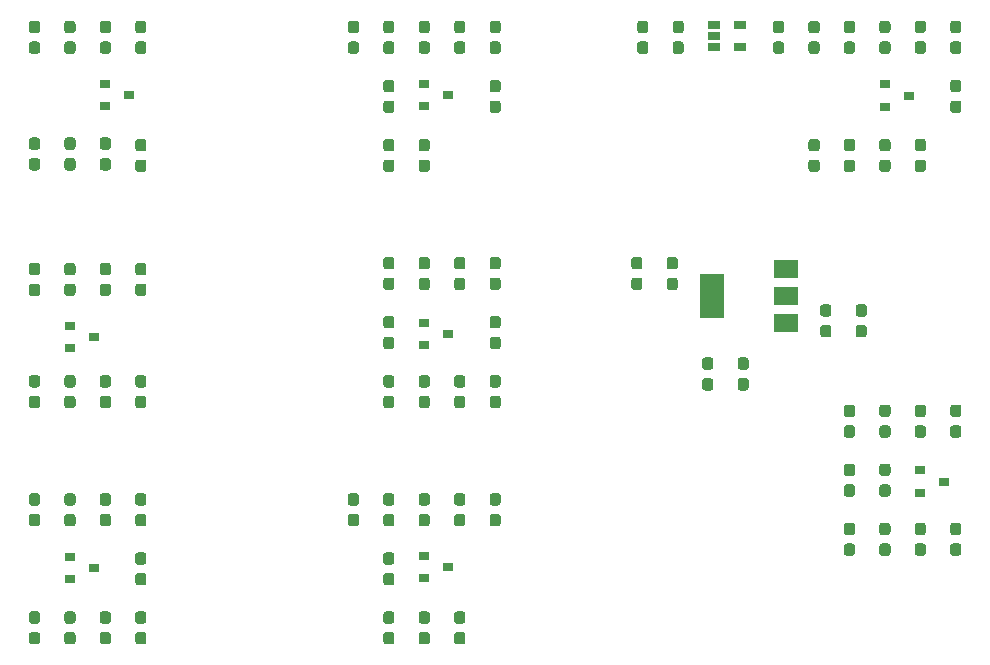
<source format=gbr>
%TF.GenerationSoftware,KiCad,Pcbnew,(5.1.6)-1*%
%TF.CreationDate,2020-12-18T22:44:25+08:00*%
%TF.ProjectId,_______,2c00e03e-2735-4ef2-9e6b-696361645f70,1.0.1*%
%TF.SameCoordinates,Original*%
%TF.FileFunction,Paste,Top*%
%TF.FilePolarity,Positive*%
%FSLAX46Y46*%
G04 Gerber Fmt 4.6, Leading zero omitted, Abs format (unit mm)*
G04 Created by KiCad (PCBNEW (5.1.6)-1) date 2020-12-18 22:44:25*
%MOMM*%
%LPD*%
G01*
G04 APERTURE LIST*
%ADD10R,0.900000X0.800000*%
%ADD11R,1.060000X0.650000*%
%ADD12R,2.000000X3.800000*%
%ADD13R,2.000000X1.500000*%
G04 APERTURE END LIST*
%TO.C,C1*%
G36*
G01*
X75737500Y-32525000D02*
X75262500Y-32525000D01*
G75*
G02*
X75025000Y-32287500I0J237500D01*
G01*
X75025000Y-31712500D01*
G75*
G02*
X75262500Y-31475000I237500J0D01*
G01*
X75737500Y-31475000D01*
G75*
G02*
X75975000Y-31712500I0J-237500D01*
G01*
X75975000Y-32287500D01*
G75*
G02*
X75737500Y-32525000I-237500J0D01*
G01*
G37*
G36*
G01*
X75737500Y-30775000D02*
X75262500Y-30775000D01*
G75*
G02*
X75025000Y-30537500I0J237500D01*
G01*
X75025000Y-29962500D01*
G75*
G02*
X75262500Y-29725000I237500J0D01*
G01*
X75737500Y-29725000D01*
G75*
G02*
X75975000Y-29962500I0J-237500D01*
G01*
X75975000Y-30537500D01*
G75*
G02*
X75737500Y-30775000I-237500J0D01*
G01*
G37*
%TD*%
%TO.C,C2*%
G36*
G01*
X78737500Y-30775000D02*
X78262500Y-30775000D01*
G75*
G02*
X78025000Y-30537500I0J237500D01*
G01*
X78025000Y-29962500D01*
G75*
G02*
X78262500Y-29725000I237500J0D01*
G01*
X78737500Y-29725000D01*
G75*
G02*
X78975000Y-29962500I0J-237500D01*
G01*
X78975000Y-30537500D01*
G75*
G02*
X78737500Y-30775000I-237500J0D01*
G01*
G37*
G36*
G01*
X78737500Y-32525000D02*
X78262500Y-32525000D01*
G75*
G02*
X78025000Y-32287500I0J237500D01*
G01*
X78025000Y-31712500D01*
G75*
G02*
X78262500Y-31475000I237500J0D01*
G01*
X78737500Y-31475000D01*
G75*
G02*
X78975000Y-31712500I0J-237500D01*
G01*
X78975000Y-32287500D01*
G75*
G02*
X78737500Y-32525000I-237500J0D01*
G01*
G37*
%TD*%
%TO.C,C3*%
G36*
G01*
X23762500Y-41350000D02*
X24237500Y-41350000D01*
G75*
G02*
X24475000Y-41587500I0J-237500D01*
G01*
X24475000Y-42162500D01*
G75*
G02*
X24237500Y-42400000I-237500J0D01*
G01*
X23762500Y-42400000D01*
G75*
G02*
X23525000Y-42162500I0J237500D01*
G01*
X23525000Y-41587500D01*
G75*
G02*
X23762500Y-41350000I237500J0D01*
G01*
G37*
G36*
G01*
X23762500Y-39600000D02*
X24237500Y-39600000D01*
G75*
G02*
X24475000Y-39837500I0J-237500D01*
G01*
X24475000Y-40412500D01*
G75*
G02*
X24237500Y-40650000I-237500J0D01*
G01*
X23762500Y-40650000D01*
G75*
G02*
X23525000Y-40412500I0J237500D01*
G01*
X23525000Y-39837500D01*
G75*
G02*
X23762500Y-39600000I237500J0D01*
G01*
G37*
%TD*%
%TO.C,C4*%
G36*
G01*
X23762500Y-59725000D02*
X24237500Y-59725000D01*
G75*
G02*
X24475000Y-59962500I0J-237500D01*
G01*
X24475000Y-60537500D01*
G75*
G02*
X24237500Y-60775000I-237500J0D01*
G01*
X23762500Y-60775000D01*
G75*
G02*
X23525000Y-60537500I0J237500D01*
G01*
X23525000Y-59962500D01*
G75*
G02*
X23762500Y-59725000I237500J0D01*
G01*
G37*
G36*
G01*
X23762500Y-61475000D02*
X24237500Y-61475000D01*
G75*
G02*
X24475000Y-61712500I0J-237500D01*
G01*
X24475000Y-62287500D01*
G75*
G02*
X24237500Y-62525000I-237500J0D01*
G01*
X23762500Y-62525000D01*
G75*
G02*
X23525000Y-62287500I0J237500D01*
G01*
X23525000Y-61712500D01*
G75*
G02*
X23762500Y-61475000I237500J0D01*
G01*
G37*
%TD*%
%TO.C,C5*%
G36*
G01*
X87237500Y-32525000D02*
X86762500Y-32525000D01*
G75*
G02*
X86525000Y-32287500I0J237500D01*
G01*
X86525000Y-31712500D01*
G75*
G02*
X86762500Y-31475000I237500J0D01*
G01*
X87237500Y-31475000D01*
G75*
G02*
X87475000Y-31712500I0J-237500D01*
G01*
X87475000Y-32287500D01*
G75*
G02*
X87237500Y-32525000I-237500J0D01*
G01*
G37*
G36*
G01*
X87237500Y-30775000D02*
X86762500Y-30775000D01*
G75*
G02*
X86525000Y-30537500I0J237500D01*
G01*
X86525000Y-29962500D01*
G75*
G02*
X86762500Y-29725000I237500J0D01*
G01*
X87237500Y-29725000D01*
G75*
G02*
X87475000Y-29962500I0J-237500D01*
G01*
X87475000Y-30537500D01*
G75*
G02*
X87237500Y-30775000I-237500J0D01*
G01*
G37*
%TD*%
%TO.C,C6*%
G36*
G01*
X75237500Y-52525000D02*
X74762500Y-52525000D01*
G75*
G02*
X74525000Y-52287500I0J237500D01*
G01*
X74525000Y-51712500D01*
G75*
G02*
X74762500Y-51475000I237500J0D01*
G01*
X75237500Y-51475000D01*
G75*
G02*
X75475000Y-51712500I0J-237500D01*
G01*
X75475000Y-52287500D01*
G75*
G02*
X75237500Y-52525000I-237500J0D01*
G01*
G37*
G36*
G01*
X75237500Y-50775000D02*
X74762500Y-50775000D01*
G75*
G02*
X74525000Y-50537500I0J237500D01*
G01*
X74525000Y-49962500D01*
G75*
G02*
X74762500Y-49725000I237500J0D01*
G01*
X75237500Y-49725000D01*
G75*
G02*
X75475000Y-49962500I0J-237500D01*
G01*
X75475000Y-50537500D01*
G75*
G02*
X75237500Y-50775000I-237500J0D01*
G01*
G37*
%TD*%
%TO.C,C7*%
G36*
G01*
X78237500Y-52525000D02*
X77762500Y-52525000D01*
G75*
G02*
X77525000Y-52287500I0J237500D01*
G01*
X77525000Y-51712500D01*
G75*
G02*
X77762500Y-51475000I237500J0D01*
G01*
X78237500Y-51475000D01*
G75*
G02*
X78475000Y-51712500I0J-237500D01*
G01*
X78475000Y-52287500D01*
G75*
G02*
X78237500Y-52525000I-237500J0D01*
G01*
G37*
G36*
G01*
X78237500Y-50775000D02*
X77762500Y-50775000D01*
G75*
G02*
X77525000Y-50537500I0J237500D01*
G01*
X77525000Y-49962500D01*
G75*
G02*
X77762500Y-49725000I237500J0D01*
G01*
X78237500Y-49725000D01*
G75*
G02*
X78475000Y-49962500I0J-237500D01*
G01*
X78475000Y-50537500D01*
G75*
G02*
X78237500Y-50775000I-237500J0D01*
G01*
G37*
%TD*%
%TO.C,C8*%
G36*
G01*
X30237500Y-32525000D02*
X29762500Y-32525000D01*
G75*
G02*
X29525000Y-32287500I0J237500D01*
G01*
X29525000Y-31712500D01*
G75*
G02*
X29762500Y-31475000I237500J0D01*
G01*
X30237500Y-31475000D01*
G75*
G02*
X30475000Y-31712500I0J-237500D01*
G01*
X30475000Y-32287500D01*
G75*
G02*
X30237500Y-32525000I-237500J0D01*
G01*
G37*
G36*
G01*
X30237500Y-30775000D02*
X29762500Y-30775000D01*
G75*
G02*
X29525000Y-30537500I0J237500D01*
G01*
X29525000Y-29962500D01*
G75*
G02*
X29762500Y-29725000I237500J0D01*
G01*
X30237500Y-29725000D01*
G75*
G02*
X30475000Y-29962500I0J-237500D01*
G01*
X30475000Y-30537500D01*
G75*
G02*
X30237500Y-30775000I-237500J0D01*
G01*
G37*
%TD*%
%TO.C,C9*%
G36*
G01*
X30237500Y-53025000D02*
X29762500Y-53025000D01*
G75*
G02*
X29525000Y-52787500I0J237500D01*
G01*
X29525000Y-52212500D01*
G75*
G02*
X29762500Y-51975000I237500J0D01*
G01*
X30237500Y-51975000D01*
G75*
G02*
X30475000Y-52212500I0J-237500D01*
G01*
X30475000Y-52787500D01*
G75*
G02*
X30237500Y-53025000I-237500J0D01*
G01*
G37*
G36*
G01*
X30237500Y-51275000D02*
X29762500Y-51275000D01*
G75*
G02*
X29525000Y-51037500I0J237500D01*
G01*
X29525000Y-50462500D01*
G75*
G02*
X29762500Y-50225000I237500J0D01*
G01*
X30237500Y-50225000D01*
G75*
G02*
X30475000Y-50462500I0J-237500D01*
G01*
X30475000Y-51037500D01*
G75*
G02*
X30237500Y-51275000I-237500J0D01*
G01*
G37*
%TD*%
%TO.C,C10*%
G36*
G01*
X33237500Y-42525000D02*
X32762500Y-42525000D01*
G75*
G02*
X32525000Y-42287500I0J237500D01*
G01*
X32525000Y-41712500D01*
G75*
G02*
X32762500Y-41475000I237500J0D01*
G01*
X33237500Y-41475000D01*
G75*
G02*
X33475000Y-41712500I0J-237500D01*
G01*
X33475000Y-42287500D01*
G75*
G02*
X33237500Y-42525000I-237500J0D01*
G01*
G37*
G36*
G01*
X33237500Y-40775000D02*
X32762500Y-40775000D01*
G75*
G02*
X32525000Y-40537500I0J237500D01*
G01*
X32525000Y-39962500D01*
G75*
G02*
X32762500Y-39725000I237500J0D01*
G01*
X33237500Y-39725000D01*
G75*
G02*
X33475000Y-39962500I0J-237500D01*
G01*
X33475000Y-40537500D01*
G75*
G02*
X33237500Y-40775000I-237500J0D01*
G01*
G37*
%TD*%
%TO.C,C11*%
G36*
G01*
X33237500Y-62525000D02*
X32762500Y-62525000D01*
G75*
G02*
X32525000Y-62287500I0J237500D01*
G01*
X32525000Y-61712500D01*
G75*
G02*
X32762500Y-61475000I237500J0D01*
G01*
X33237500Y-61475000D01*
G75*
G02*
X33475000Y-61712500I0J-237500D01*
G01*
X33475000Y-62287500D01*
G75*
G02*
X33237500Y-62525000I-237500J0D01*
G01*
G37*
G36*
G01*
X33237500Y-60775000D02*
X32762500Y-60775000D01*
G75*
G02*
X32525000Y-60537500I0J237500D01*
G01*
X32525000Y-59962500D01*
G75*
G02*
X32762500Y-59725000I237500J0D01*
G01*
X33237500Y-59725000D01*
G75*
G02*
X33475000Y-59962500I0J-237500D01*
G01*
X33475000Y-60537500D01*
G75*
G02*
X33237500Y-60775000I-237500J0D01*
G01*
G37*
%TD*%
%TO.C,C12*%
G36*
G01*
X33237500Y-30775000D02*
X32762500Y-30775000D01*
G75*
G02*
X32525000Y-30537500I0J237500D01*
G01*
X32525000Y-29962500D01*
G75*
G02*
X32762500Y-29725000I237500J0D01*
G01*
X33237500Y-29725000D01*
G75*
G02*
X33475000Y-29962500I0J-237500D01*
G01*
X33475000Y-30537500D01*
G75*
G02*
X33237500Y-30775000I-237500J0D01*
G01*
G37*
G36*
G01*
X33237500Y-32525000D02*
X32762500Y-32525000D01*
G75*
G02*
X32525000Y-32287500I0J237500D01*
G01*
X32525000Y-31712500D01*
G75*
G02*
X32762500Y-31475000I237500J0D01*
G01*
X33237500Y-31475000D01*
G75*
G02*
X33475000Y-31712500I0J-237500D01*
G01*
X33475000Y-32287500D01*
G75*
G02*
X33237500Y-32525000I-237500J0D01*
G01*
G37*
%TD*%
%TO.C,C13*%
G36*
G01*
X33237500Y-51275000D02*
X32762500Y-51275000D01*
G75*
G02*
X32525000Y-51037500I0J237500D01*
G01*
X32525000Y-50462500D01*
G75*
G02*
X32762500Y-50225000I237500J0D01*
G01*
X33237500Y-50225000D01*
G75*
G02*
X33475000Y-50462500I0J-237500D01*
G01*
X33475000Y-51037500D01*
G75*
G02*
X33237500Y-51275000I-237500J0D01*
G01*
G37*
G36*
G01*
X33237500Y-53025000D02*
X32762500Y-53025000D01*
G75*
G02*
X32525000Y-52787500I0J237500D01*
G01*
X32525000Y-52212500D01*
G75*
G02*
X32762500Y-51975000I237500J0D01*
G01*
X33237500Y-51975000D01*
G75*
G02*
X33475000Y-52212500I0J-237500D01*
G01*
X33475000Y-52787500D01*
G75*
G02*
X33237500Y-53025000I-237500J0D01*
G01*
G37*
%TD*%
%TO.C,C14*%
G36*
G01*
X94237500Y-54775000D02*
X93762500Y-54775000D01*
G75*
G02*
X93525000Y-54537500I0J237500D01*
G01*
X93525000Y-53962500D01*
G75*
G02*
X93762500Y-53725000I237500J0D01*
G01*
X94237500Y-53725000D01*
G75*
G02*
X94475000Y-53962500I0J-237500D01*
G01*
X94475000Y-54537500D01*
G75*
G02*
X94237500Y-54775000I-237500J0D01*
G01*
G37*
G36*
G01*
X94237500Y-56525000D02*
X93762500Y-56525000D01*
G75*
G02*
X93525000Y-56287500I0J237500D01*
G01*
X93525000Y-55712500D01*
G75*
G02*
X93762500Y-55475000I237500J0D01*
G01*
X94237500Y-55475000D01*
G75*
G02*
X94475000Y-55712500I0J-237500D01*
G01*
X94475000Y-56287500D01*
G75*
G02*
X94237500Y-56525000I-237500J0D01*
G01*
G37*
%TD*%
%TO.C,C15*%
G36*
G01*
X91237500Y-54775000D02*
X90762500Y-54775000D01*
G75*
G02*
X90525000Y-54537500I0J237500D01*
G01*
X90525000Y-53962500D01*
G75*
G02*
X90762500Y-53725000I237500J0D01*
G01*
X91237500Y-53725000D01*
G75*
G02*
X91475000Y-53962500I0J-237500D01*
G01*
X91475000Y-54537500D01*
G75*
G02*
X91237500Y-54775000I-237500J0D01*
G01*
G37*
G36*
G01*
X91237500Y-56525000D02*
X90762500Y-56525000D01*
G75*
G02*
X90525000Y-56287500I0J237500D01*
G01*
X90525000Y-55712500D01*
G75*
G02*
X90762500Y-55475000I237500J0D01*
G01*
X91237500Y-55475000D01*
G75*
G02*
X91475000Y-55712500I0J-237500D01*
G01*
X91475000Y-56287500D01*
G75*
G02*
X91237500Y-56525000I-237500J0D01*
G01*
G37*
%TD*%
%TO.C,C16*%
G36*
G01*
X92762500Y-67225000D02*
X93237500Y-67225000D01*
G75*
G02*
X93475000Y-67462500I0J-237500D01*
G01*
X93475000Y-68037500D01*
G75*
G02*
X93237500Y-68275000I-237500J0D01*
G01*
X92762500Y-68275000D01*
G75*
G02*
X92525000Y-68037500I0J237500D01*
G01*
X92525000Y-67462500D01*
G75*
G02*
X92762500Y-67225000I237500J0D01*
G01*
G37*
G36*
G01*
X92762500Y-68975000D02*
X93237500Y-68975000D01*
G75*
G02*
X93475000Y-69212500I0J-237500D01*
G01*
X93475000Y-69787500D01*
G75*
G02*
X93237500Y-70025000I-237500J0D01*
G01*
X92762500Y-70025000D01*
G75*
G02*
X92525000Y-69787500I0J237500D01*
G01*
X92525000Y-69212500D01*
G75*
G02*
X92762500Y-68975000I237500J0D01*
G01*
G37*
%TD*%
%TO.C,C17*%
G36*
G01*
X54237500Y-75775000D02*
X53762500Y-75775000D01*
G75*
G02*
X53525000Y-75537500I0J237500D01*
G01*
X53525000Y-74962500D01*
G75*
G02*
X53762500Y-74725000I237500J0D01*
G01*
X54237500Y-74725000D01*
G75*
G02*
X54475000Y-74962500I0J-237500D01*
G01*
X54475000Y-75537500D01*
G75*
G02*
X54237500Y-75775000I-237500J0D01*
G01*
G37*
G36*
G01*
X54237500Y-77525000D02*
X53762500Y-77525000D01*
G75*
G02*
X53525000Y-77287500I0J237500D01*
G01*
X53525000Y-76712500D01*
G75*
G02*
X53762500Y-76475000I237500J0D01*
G01*
X54237500Y-76475000D01*
G75*
G02*
X54475000Y-76712500I0J-237500D01*
G01*
X54475000Y-77287500D01*
G75*
G02*
X54237500Y-77525000I-237500J0D01*
G01*
G37*
%TD*%
%TO.C,C18*%
G36*
G01*
X54237500Y-35775000D02*
X53762500Y-35775000D01*
G75*
G02*
X53525000Y-35537500I0J237500D01*
G01*
X53525000Y-34962500D01*
G75*
G02*
X53762500Y-34725000I237500J0D01*
G01*
X54237500Y-34725000D01*
G75*
G02*
X54475000Y-34962500I0J-237500D01*
G01*
X54475000Y-35537500D01*
G75*
G02*
X54237500Y-35775000I-237500J0D01*
G01*
G37*
G36*
G01*
X54237500Y-37525000D02*
X53762500Y-37525000D01*
G75*
G02*
X53525000Y-37287500I0J237500D01*
G01*
X53525000Y-36712500D01*
G75*
G02*
X53762500Y-36475000I237500J0D01*
G01*
X54237500Y-36475000D01*
G75*
G02*
X54475000Y-36712500I0J-237500D01*
G01*
X54475000Y-37287500D01*
G75*
G02*
X54237500Y-37525000I-237500J0D01*
G01*
G37*
%TD*%
%TO.C,C19*%
G36*
G01*
X98762500Y-72225000D02*
X99237500Y-72225000D01*
G75*
G02*
X99475000Y-72462500I0J-237500D01*
G01*
X99475000Y-73037500D01*
G75*
G02*
X99237500Y-73275000I-237500J0D01*
G01*
X98762500Y-73275000D01*
G75*
G02*
X98525000Y-73037500I0J237500D01*
G01*
X98525000Y-72462500D01*
G75*
G02*
X98762500Y-72225000I237500J0D01*
G01*
G37*
G36*
G01*
X98762500Y-73975000D02*
X99237500Y-73975000D01*
G75*
G02*
X99475000Y-74212500I0J-237500D01*
G01*
X99475000Y-74787500D01*
G75*
G02*
X99237500Y-75025000I-237500J0D01*
G01*
X98762500Y-75025000D01*
G75*
G02*
X98525000Y-74787500I0J237500D01*
G01*
X98525000Y-74212500D01*
G75*
G02*
X98762500Y-73975000I237500J0D01*
G01*
G37*
%TD*%
%TO.C,C20*%
G36*
G01*
X96237500Y-63275000D02*
X95762500Y-63275000D01*
G75*
G02*
X95525000Y-63037500I0J237500D01*
G01*
X95525000Y-62462500D01*
G75*
G02*
X95762500Y-62225000I237500J0D01*
G01*
X96237500Y-62225000D01*
G75*
G02*
X96475000Y-62462500I0J-237500D01*
G01*
X96475000Y-63037500D01*
G75*
G02*
X96237500Y-63275000I-237500J0D01*
G01*
G37*
G36*
G01*
X96237500Y-65025000D02*
X95762500Y-65025000D01*
G75*
G02*
X95525000Y-64787500I0J237500D01*
G01*
X95525000Y-64212500D01*
G75*
G02*
X95762500Y-63975000I237500J0D01*
G01*
X96237500Y-63975000D01*
G75*
G02*
X96475000Y-64212500I0J-237500D01*
G01*
X96475000Y-64787500D01*
G75*
G02*
X96237500Y-65025000I-237500J0D01*
G01*
G37*
%TD*%
%TO.C,C21*%
G36*
G01*
X51237500Y-70775000D02*
X50762500Y-70775000D01*
G75*
G02*
X50525000Y-70537500I0J237500D01*
G01*
X50525000Y-69962500D01*
G75*
G02*
X50762500Y-69725000I237500J0D01*
G01*
X51237500Y-69725000D01*
G75*
G02*
X51475000Y-69962500I0J-237500D01*
G01*
X51475000Y-70537500D01*
G75*
G02*
X51237500Y-70775000I-237500J0D01*
G01*
G37*
G36*
G01*
X51237500Y-72525000D02*
X50762500Y-72525000D01*
G75*
G02*
X50525000Y-72287500I0J237500D01*
G01*
X50525000Y-71712500D01*
G75*
G02*
X50762500Y-71475000I237500J0D01*
G01*
X51237500Y-71475000D01*
G75*
G02*
X51475000Y-71712500I0J-237500D01*
G01*
X51475000Y-72287500D01*
G75*
G02*
X51237500Y-72525000I-237500J0D01*
G01*
G37*
%TD*%
%TO.C,C22*%
G36*
G01*
X102237500Y-73275000D02*
X101762500Y-73275000D01*
G75*
G02*
X101525000Y-73037500I0J237500D01*
G01*
X101525000Y-72462500D01*
G75*
G02*
X101762500Y-72225000I237500J0D01*
G01*
X102237500Y-72225000D01*
G75*
G02*
X102475000Y-72462500I0J-237500D01*
G01*
X102475000Y-73037500D01*
G75*
G02*
X102237500Y-73275000I-237500J0D01*
G01*
G37*
G36*
G01*
X102237500Y-75025000D02*
X101762500Y-75025000D01*
G75*
G02*
X101525000Y-74787500I0J237500D01*
G01*
X101525000Y-74212500D01*
G75*
G02*
X101762500Y-73975000I237500J0D01*
G01*
X102237500Y-73975000D01*
G75*
G02*
X102475000Y-74212500I0J-237500D01*
G01*
X102475000Y-74787500D01*
G75*
G02*
X102237500Y-75025000I-237500J0D01*
G01*
G37*
%TD*%
%TO.C,C23*%
G36*
G01*
X62762500Y-71475000D02*
X63237500Y-71475000D01*
G75*
G02*
X63475000Y-71712500I0J-237500D01*
G01*
X63475000Y-72287500D01*
G75*
G02*
X63237500Y-72525000I-237500J0D01*
G01*
X62762500Y-72525000D01*
G75*
G02*
X62525000Y-72287500I0J237500D01*
G01*
X62525000Y-71712500D01*
G75*
G02*
X62762500Y-71475000I237500J0D01*
G01*
G37*
G36*
G01*
X62762500Y-69725000D02*
X63237500Y-69725000D01*
G75*
G02*
X63475000Y-69962500I0J-237500D01*
G01*
X63475000Y-70537500D01*
G75*
G02*
X63237500Y-70775000I-237500J0D01*
G01*
X62762500Y-70775000D01*
G75*
G02*
X62525000Y-70537500I0J237500D01*
G01*
X62525000Y-69962500D01*
G75*
G02*
X62762500Y-69725000I237500J0D01*
G01*
G37*
%TD*%
%TO.C,C24*%
G36*
G01*
X60237500Y-80775000D02*
X59762500Y-80775000D01*
G75*
G02*
X59525000Y-80537500I0J237500D01*
G01*
X59525000Y-79962500D01*
G75*
G02*
X59762500Y-79725000I237500J0D01*
G01*
X60237500Y-79725000D01*
G75*
G02*
X60475000Y-79962500I0J-237500D01*
G01*
X60475000Y-80537500D01*
G75*
G02*
X60237500Y-80775000I-237500J0D01*
G01*
G37*
G36*
G01*
X60237500Y-82525000D02*
X59762500Y-82525000D01*
G75*
G02*
X59525000Y-82287500I0J237500D01*
G01*
X59525000Y-81712500D01*
G75*
G02*
X59762500Y-81475000I237500J0D01*
G01*
X60237500Y-81475000D01*
G75*
G02*
X60475000Y-81712500I0J-237500D01*
G01*
X60475000Y-82287500D01*
G75*
G02*
X60237500Y-82525000I-237500J0D01*
G01*
G37*
%TD*%
%TO.C,C25*%
G36*
G01*
X63237500Y-32525000D02*
X62762500Y-32525000D01*
G75*
G02*
X62525000Y-32287500I0J237500D01*
G01*
X62525000Y-31712500D01*
G75*
G02*
X62762500Y-31475000I237500J0D01*
G01*
X63237500Y-31475000D01*
G75*
G02*
X63475000Y-31712500I0J-237500D01*
G01*
X63475000Y-32287500D01*
G75*
G02*
X63237500Y-32525000I-237500J0D01*
G01*
G37*
G36*
G01*
X63237500Y-30775000D02*
X62762500Y-30775000D01*
G75*
G02*
X62525000Y-30537500I0J237500D01*
G01*
X62525000Y-29962500D01*
G75*
G02*
X62762500Y-29725000I237500J0D01*
G01*
X63237500Y-29725000D01*
G75*
G02*
X63475000Y-29962500I0J-237500D01*
G01*
X63475000Y-30537500D01*
G75*
G02*
X63237500Y-30775000I-237500J0D01*
G01*
G37*
%TD*%
%TO.C,C26*%
G36*
G01*
X63237500Y-37525000D02*
X62762500Y-37525000D01*
G75*
G02*
X62525000Y-37287500I0J237500D01*
G01*
X62525000Y-36712500D01*
G75*
G02*
X62762500Y-36475000I237500J0D01*
G01*
X63237500Y-36475000D01*
G75*
G02*
X63475000Y-36712500I0J-237500D01*
G01*
X63475000Y-37287500D01*
G75*
G02*
X63237500Y-37525000I-237500J0D01*
G01*
G37*
G36*
G01*
X63237500Y-35775000D02*
X62762500Y-35775000D01*
G75*
G02*
X62525000Y-35537500I0J237500D01*
G01*
X62525000Y-34962500D01*
G75*
G02*
X62762500Y-34725000I237500J0D01*
G01*
X63237500Y-34725000D01*
G75*
G02*
X63475000Y-34962500I0J-237500D01*
G01*
X63475000Y-35537500D01*
G75*
G02*
X63237500Y-35775000I-237500J0D01*
G01*
G37*
%TD*%
%TO.C,C27*%
G36*
G01*
X93237500Y-63275000D02*
X92762500Y-63275000D01*
G75*
G02*
X92525000Y-63037500I0J237500D01*
G01*
X92525000Y-62462500D01*
G75*
G02*
X92762500Y-62225000I237500J0D01*
G01*
X93237500Y-62225000D01*
G75*
G02*
X93475000Y-62462500I0J-237500D01*
G01*
X93475000Y-63037500D01*
G75*
G02*
X93237500Y-63275000I-237500J0D01*
G01*
G37*
G36*
G01*
X93237500Y-65025000D02*
X92762500Y-65025000D01*
G75*
G02*
X92525000Y-64787500I0J237500D01*
G01*
X92525000Y-64212500D01*
G75*
G02*
X92762500Y-63975000I237500J0D01*
G01*
X93237500Y-63975000D01*
G75*
G02*
X93475000Y-64212500I0J-237500D01*
G01*
X93475000Y-64787500D01*
G75*
G02*
X93237500Y-65025000I-237500J0D01*
G01*
G37*
%TD*%
%TO.C,C28*%
G36*
G01*
X54237500Y-70775000D02*
X53762500Y-70775000D01*
G75*
G02*
X53525000Y-70537500I0J237500D01*
G01*
X53525000Y-69962500D01*
G75*
G02*
X53762500Y-69725000I237500J0D01*
G01*
X54237500Y-69725000D01*
G75*
G02*
X54475000Y-69962500I0J-237500D01*
G01*
X54475000Y-70537500D01*
G75*
G02*
X54237500Y-70775000I-237500J0D01*
G01*
G37*
G36*
G01*
X54237500Y-72525000D02*
X53762500Y-72525000D01*
G75*
G02*
X53525000Y-72287500I0J237500D01*
G01*
X53525000Y-71712500D01*
G75*
G02*
X53762500Y-71475000I237500J0D01*
G01*
X54237500Y-71475000D01*
G75*
G02*
X54475000Y-71712500I0J-237500D01*
G01*
X54475000Y-72287500D01*
G75*
G02*
X54237500Y-72525000I-237500J0D01*
G01*
G37*
%TD*%
%TO.C,C29*%
G36*
G01*
X54237500Y-32525000D02*
X53762500Y-32525000D01*
G75*
G02*
X53525000Y-32287500I0J237500D01*
G01*
X53525000Y-31712500D01*
G75*
G02*
X53762500Y-31475000I237500J0D01*
G01*
X54237500Y-31475000D01*
G75*
G02*
X54475000Y-31712500I0J-237500D01*
G01*
X54475000Y-32287500D01*
G75*
G02*
X54237500Y-32525000I-237500J0D01*
G01*
G37*
G36*
G01*
X54237500Y-30775000D02*
X53762500Y-30775000D01*
G75*
G02*
X53525000Y-30537500I0J237500D01*
G01*
X53525000Y-29962500D01*
G75*
G02*
X53762500Y-29725000I237500J0D01*
G01*
X54237500Y-29725000D01*
G75*
G02*
X54475000Y-29962500I0J-237500D01*
G01*
X54475000Y-30537500D01*
G75*
G02*
X54237500Y-30775000I-237500J0D01*
G01*
G37*
%TD*%
%TO.C,C30*%
G36*
G01*
X51237500Y-30775000D02*
X50762500Y-30775000D01*
G75*
G02*
X50525000Y-30537500I0J237500D01*
G01*
X50525000Y-29962500D01*
G75*
G02*
X50762500Y-29725000I237500J0D01*
G01*
X51237500Y-29725000D01*
G75*
G02*
X51475000Y-29962500I0J-237500D01*
G01*
X51475000Y-30537500D01*
G75*
G02*
X51237500Y-30775000I-237500J0D01*
G01*
G37*
G36*
G01*
X51237500Y-32525000D02*
X50762500Y-32525000D01*
G75*
G02*
X50525000Y-32287500I0J237500D01*
G01*
X50525000Y-31712500D01*
G75*
G02*
X50762500Y-31475000I237500J0D01*
G01*
X51237500Y-31475000D01*
G75*
G02*
X51475000Y-31712500I0J-237500D01*
G01*
X51475000Y-32287500D01*
G75*
G02*
X51237500Y-32525000I-237500J0D01*
G01*
G37*
%TD*%
%TO.C,C31*%
G36*
G01*
X90237500Y-40775000D02*
X89762500Y-40775000D01*
G75*
G02*
X89525000Y-40537500I0J237500D01*
G01*
X89525000Y-39962500D01*
G75*
G02*
X89762500Y-39725000I237500J0D01*
G01*
X90237500Y-39725000D01*
G75*
G02*
X90475000Y-39962500I0J-237500D01*
G01*
X90475000Y-40537500D01*
G75*
G02*
X90237500Y-40775000I-237500J0D01*
G01*
G37*
G36*
G01*
X90237500Y-42525000D02*
X89762500Y-42525000D01*
G75*
G02*
X89525000Y-42287500I0J237500D01*
G01*
X89525000Y-41712500D01*
G75*
G02*
X89762500Y-41475000I237500J0D01*
G01*
X90237500Y-41475000D01*
G75*
G02*
X90475000Y-41712500I0J-237500D01*
G01*
X90475000Y-42287500D01*
G75*
G02*
X90237500Y-42525000I-237500J0D01*
G01*
G37*
%TD*%
%TO.C,C32*%
G36*
G01*
X23762500Y-81475000D02*
X24237500Y-81475000D01*
G75*
G02*
X24475000Y-81712500I0J-237500D01*
G01*
X24475000Y-82287500D01*
G75*
G02*
X24237500Y-82525000I-237500J0D01*
G01*
X23762500Y-82525000D01*
G75*
G02*
X23525000Y-82287500I0J237500D01*
G01*
X23525000Y-81712500D01*
G75*
G02*
X23762500Y-81475000I237500J0D01*
G01*
G37*
G36*
G01*
X23762500Y-79725000D02*
X24237500Y-79725000D01*
G75*
G02*
X24475000Y-79962500I0J-237500D01*
G01*
X24475000Y-80537500D01*
G75*
G02*
X24237500Y-80775000I-237500J0D01*
G01*
X23762500Y-80775000D01*
G75*
G02*
X23525000Y-80537500I0J237500D01*
G01*
X23525000Y-79962500D01*
G75*
G02*
X23762500Y-79725000I237500J0D01*
G01*
G37*
%TD*%
%TO.C,C33*%
G36*
G01*
X54237500Y-55775000D02*
X53762500Y-55775000D01*
G75*
G02*
X53525000Y-55537500I0J237500D01*
G01*
X53525000Y-54962500D01*
G75*
G02*
X53762500Y-54725000I237500J0D01*
G01*
X54237500Y-54725000D01*
G75*
G02*
X54475000Y-54962500I0J-237500D01*
G01*
X54475000Y-55537500D01*
G75*
G02*
X54237500Y-55775000I-237500J0D01*
G01*
G37*
G36*
G01*
X54237500Y-57525000D02*
X53762500Y-57525000D01*
G75*
G02*
X53525000Y-57287500I0J237500D01*
G01*
X53525000Y-56712500D01*
G75*
G02*
X53762500Y-56475000I237500J0D01*
G01*
X54237500Y-56475000D01*
G75*
G02*
X54475000Y-56712500I0J-237500D01*
G01*
X54475000Y-57287500D01*
G75*
G02*
X54237500Y-57525000I-237500J0D01*
G01*
G37*
%TD*%
%TO.C,C34*%
G36*
G01*
X93237500Y-32525000D02*
X92762500Y-32525000D01*
G75*
G02*
X92525000Y-32287500I0J237500D01*
G01*
X92525000Y-31712500D01*
G75*
G02*
X92762500Y-31475000I237500J0D01*
G01*
X93237500Y-31475000D01*
G75*
G02*
X93475000Y-31712500I0J-237500D01*
G01*
X93475000Y-32287500D01*
G75*
G02*
X93237500Y-32525000I-237500J0D01*
G01*
G37*
G36*
G01*
X93237500Y-30775000D02*
X92762500Y-30775000D01*
G75*
G02*
X92525000Y-30537500I0J237500D01*
G01*
X92525000Y-29962500D01*
G75*
G02*
X92762500Y-29725000I237500J0D01*
G01*
X93237500Y-29725000D01*
G75*
G02*
X93475000Y-29962500I0J-237500D01*
G01*
X93475000Y-30537500D01*
G75*
G02*
X93237500Y-30775000I-237500J0D01*
G01*
G37*
%TD*%
%TO.C,C35*%
G36*
G01*
X99237500Y-42525000D02*
X98762500Y-42525000D01*
G75*
G02*
X98525000Y-42287500I0J237500D01*
G01*
X98525000Y-41712500D01*
G75*
G02*
X98762500Y-41475000I237500J0D01*
G01*
X99237500Y-41475000D01*
G75*
G02*
X99475000Y-41712500I0J-237500D01*
G01*
X99475000Y-42287500D01*
G75*
G02*
X99237500Y-42525000I-237500J0D01*
G01*
G37*
G36*
G01*
X99237500Y-40775000D02*
X98762500Y-40775000D01*
G75*
G02*
X98525000Y-40537500I0J237500D01*
G01*
X98525000Y-39962500D01*
G75*
G02*
X98762500Y-39725000I237500J0D01*
G01*
X99237500Y-39725000D01*
G75*
G02*
X99475000Y-39962500I0J-237500D01*
G01*
X99475000Y-40537500D01*
G75*
G02*
X99237500Y-40775000I-237500J0D01*
G01*
G37*
%TD*%
%TO.C,C36*%
G36*
G01*
X33237500Y-82525000D02*
X32762500Y-82525000D01*
G75*
G02*
X32525000Y-82287500I0J237500D01*
G01*
X32525000Y-81712500D01*
G75*
G02*
X32762500Y-81475000I237500J0D01*
G01*
X33237500Y-81475000D01*
G75*
G02*
X33475000Y-81712500I0J-237500D01*
G01*
X33475000Y-82287500D01*
G75*
G02*
X33237500Y-82525000I-237500J0D01*
G01*
G37*
G36*
G01*
X33237500Y-80775000D02*
X32762500Y-80775000D01*
G75*
G02*
X32525000Y-80537500I0J237500D01*
G01*
X32525000Y-79962500D01*
G75*
G02*
X32762500Y-79725000I237500J0D01*
G01*
X33237500Y-79725000D01*
G75*
G02*
X33475000Y-79962500I0J-237500D01*
G01*
X33475000Y-80537500D01*
G75*
G02*
X33237500Y-80775000I-237500J0D01*
G01*
G37*
%TD*%
%TO.C,C37*%
G36*
G01*
X101762500Y-34725000D02*
X102237500Y-34725000D01*
G75*
G02*
X102475000Y-34962500I0J-237500D01*
G01*
X102475000Y-35537500D01*
G75*
G02*
X102237500Y-35775000I-237500J0D01*
G01*
X101762500Y-35775000D01*
G75*
G02*
X101525000Y-35537500I0J237500D01*
G01*
X101525000Y-34962500D01*
G75*
G02*
X101762500Y-34725000I237500J0D01*
G01*
G37*
G36*
G01*
X101762500Y-36475000D02*
X102237500Y-36475000D01*
G75*
G02*
X102475000Y-36712500I0J-237500D01*
G01*
X102475000Y-37287500D01*
G75*
G02*
X102237500Y-37525000I-237500J0D01*
G01*
X101762500Y-37525000D01*
G75*
G02*
X101525000Y-37287500I0J237500D01*
G01*
X101525000Y-36712500D01*
G75*
G02*
X101762500Y-36475000I237500J0D01*
G01*
G37*
%TD*%
%TO.C,C38*%
G36*
G01*
X57237500Y-52525000D02*
X56762500Y-52525000D01*
G75*
G02*
X56525000Y-52287500I0J237500D01*
G01*
X56525000Y-51712500D01*
G75*
G02*
X56762500Y-51475000I237500J0D01*
G01*
X57237500Y-51475000D01*
G75*
G02*
X57475000Y-51712500I0J-237500D01*
G01*
X57475000Y-52287500D01*
G75*
G02*
X57237500Y-52525000I-237500J0D01*
G01*
G37*
G36*
G01*
X57237500Y-50775000D02*
X56762500Y-50775000D01*
G75*
G02*
X56525000Y-50537500I0J237500D01*
G01*
X56525000Y-49962500D01*
G75*
G02*
X56762500Y-49725000I237500J0D01*
G01*
X57237500Y-49725000D01*
G75*
G02*
X57475000Y-49962500I0J-237500D01*
G01*
X57475000Y-50537500D01*
G75*
G02*
X57237500Y-50775000I-237500J0D01*
G01*
G37*
%TD*%
%TO.C,C39*%
G36*
G01*
X63237500Y-62525000D02*
X62762500Y-62525000D01*
G75*
G02*
X62525000Y-62287500I0J237500D01*
G01*
X62525000Y-61712500D01*
G75*
G02*
X62762500Y-61475000I237500J0D01*
G01*
X63237500Y-61475000D01*
G75*
G02*
X63475000Y-61712500I0J-237500D01*
G01*
X63475000Y-62287500D01*
G75*
G02*
X63237500Y-62525000I-237500J0D01*
G01*
G37*
G36*
G01*
X63237500Y-60775000D02*
X62762500Y-60775000D01*
G75*
G02*
X62525000Y-60537500I0J237500D01*
G01*
X62525000Y-59962500D01*
G75*
G02*
X62762500Y-59725000I237500J0D01*
G01*
X63237500Y-59725000D01*
G75*
G02*
X63475000Y-59962500I0J-237500D01*
G01*
X63475000Y-60537500D01*
G75*
G02*
X63237500Y-60775000I-237500J0D01*
G01*
G37*
%TD*%
%TO.C,C40*%
G36*
G01*
X30237500Y-72525000D02*
X29762500Y-72525000D01*
G75*
G02*
X29525000Y-72287500I0J237500D01*
G01*
X29525000Y-71712500D01*
G75*
G02*
X29762500Y-71475000I237500J0D01*
G01*
X30237500Y-71475000D01*
G75*
G02*
X30475000Y-71712500I0J-237500D01*
G01*
X30475000Y-72287500D01*
G75*
G02*
X30237500Y-72525000I-237500J0D01*
G01*
G37*
G36*
G01*
X30237500Y-70775000D02*
X29762500Y-70775000D01*
G75*
G02*
X29525000Y-70537500I0J237500D01*
G01*
X29525000Y-69962500D01*
G75*
G02*
X29762500Y-69725000I237500J0D01*
G01*
X30237500Y-69725000D01*
G75*
G02*
X30475000Y-69962500I0J-237500D01*
G01*
X30475000Y-70537500D01*
G75*
G02*
X30237500Y-70775000I-237500J0D01*
G01*
G37*
%TD*%
%TO.C,C41*%
G36*
G01*
X33237500Y-75775000D02*
X32762500Y-75775000D01*
G75*
G02*
X32525000Y-75537500I0J237500D01*
G01*
X32525000Y-74962500D01*
G75*
G02*
X32762500Y-74725000I237500J0D01*
G01*
X33237500Y-74725000D01*
G75*
G02*
X33475000Y-74962500I0J-237500D01*
G01*
X33475000Y-75537500D01*
G75*
G02*
X33237500Y-75775000I-237500J0D01*
G01*
G37*
G36*
G01*
X33237500Y-77525000D02*
X32762500Y-77525000D01*
G75*
G02*
X32525000Y-77287500I0J237500D01*
G01*
X32525000Y-76712500D01*
G75*
G02*
X32762500Y-76475000I237500J0D01*
G01*
X33237500Y-76475000D01*
G75*
G02*
X33475000Y-76712500I0J-237500D01*
G01*
X33475000Y-77287500D01*
G75*
G02*
X33237500Y-77525000I-237500J0D01*
G01*
G37*
%TD*%
%TO.C,C42*%
G36*
G01*
X63237500Y-57525000D02*
X62762500Y-57525000D01*
G75*
G02*
X62525000Y-57287500I0J237500D01*
G01*
X62525000Y-56712500D01*
G75*
G02*
X62762500Y-56475000I237500J0D01*
G01*
X63237500Y-56475000D01*
G75*
G02*
X63475000Y-56712500I0J-237500D01*
G01*
X63475000Y-57287500D01*
G75*
G02*
X63237500Y-57525000I-237500J0D01*
G01*
G37*
G36*
G01*
X63237500Y-55775000D02*
X62762500Y-55775000D01*
G75*
G02*
X62525000Y-55537500I0J237500D01*
G01*
X62525000Y-54962500D01*
G75*
G02*
X62762500Y-54725000I237500J0D01*
G01*
X63237500Y-54725000D01*
G75*
G02*
X63475000Y-54962500I0J-237500D01*
G01*
X63475000Y-55537500D01*
G75*
G02*
X63237500Y-55775000I-237500J0D01*
G01*
G37*
%TD*%
%TO.C,C43*%
G36*
G01*
X99237500Y-32505000D02*
X98762500Y-32505000D01*
G75*
G02*
X98525000Y-32267500I0J237500D01*
G01*
X98525000Y-31692500D01*
G75*
G02*
X98762500Y-31455000I237500J0D01*
G01*
X99237500Y-31455000D01*
G75*
G02*
X99475000Y-31692500I0J-237500D01*
G01*
X99475000Y-32267500D01*
G75*
G02*
X99237500Y-32505000I-237500J0D01*
G01*
G37*
G36*
G01*
X99237500Y-30755000D02*
X98762500Y-30755000D01*
G75*
G02*
X98525000Y-30517500I0J237500D01*
G01*
X98525000Y-29942500D01*
G75*
G02*
X98762500Y-29705000I237500J0D01*
G01*
X99237500Y-29705000D01*
G75*
G02*
X99475000Y-29942500I0J-237500D01*
G01*
X99475000Y-30517500D01*
G75*
G02*
X99237500Y-30755000I-237500J0D01*
G01*
G37*
%TD*%
%TO.C,C44*%
G36*
G01*
X54237500Y-50775000D02*
X53762500Y-50775000D01*
G75*
G02*
X53525000Y-50537500I0J237500D01*
G01*
X53525000Y-49962500D01*
G75*
G02*
X53762500Y-49725000I237500J0D01*
G01*
X54237500Y-49725000D01*
G75*
G02*
X54475000Y-49962500I0J-237500D01*
G01*
X54475000Y-50537500D01*
G75*
G02*
X54237500Y-50775000I-237500J0D01*
G01*
G37*
G36*
G01*
X54237500Y-52525000D02*
X53762500Y-52525000D01*
G75*
G02*
X53525000Y-52287500I0J237500D01*
G01*
X53525000Y-51712500D01*
G75*
G02*
X53762500Y-51475000I237500J0D01*
G01*
X54237500Y-51475000D01*
G75*
G02*
X54475000Y-51712500I0J-237500D01*
G01*
X54475000Y-52287500D01*
G75*
G02*
X54237500Y-52525000I-237500J0D01*
G01*
G37*
%TD*%
%TO.C,C45*%
G36*
G01*
X33237500Y-70775000D02*
X32762500Y-70775000D01*
G75*
G02*
X32525000Y-70537500I0J237500D01*
G01*
X32525000Y-69962500D01*
G75*
G02*
X32762500Y-69725000I237500J0D01*
G01*
X33237500Y-69725000D01*
G75*
G02*
X33475000Y-69962500I0J-237500D01*
G01*
X33475000Y-70537500D01*
G75*
G02*
X33237500Y-70775000I-237500J0D01*
G01*
G37*
G36*
G01*
X33237500Y-72525000D02*
X32762500Y-72525000D01*
G75*
G02*
X32525000Y-72287500I0J237500D01*
G01*
X32525000Y-71712500D01*
G75*
G02*
X32762500Y-71475000I237500J0D01*
G01*
X33237500Y-71475000D01*
G75*
G02*
X33475000Y-71712500I0J-237500D01*
G01*
X33475000Y-72287500D01*
G75*
G02*
X33237500Y-72525000I-237500J0D01*
G01*
G37*
%TD*%
%TO.C,C46*%
G36*
G01*
X102237500Y-30775000D02*
X101762500Y-30775000D01*
G75*
G02*
X101525000Y-30537500I0J237500D01*
G01*
X101525000Y-29962500D01*
G75*
G02*
X101762500Y-29725000I237500J0D01*
G01*
X102237500Y-29725000D01*
G75*
G02*
X102475000Y-29962500I0J-237500D01*
G01*
X102475000Y-30537500D01*
G75*
G02*
X102237500Y-30775000I-237500J0D01*
G01*
G37*
G36*
G01*
X102237500Y-32525000D02*
X101762500Y-32525000D01*
G75*
G02*
X101525000Y-32287500I0J237500D01*
G01*
X101525000Y-31712500D01*
G75*
G02*
X101762500Y-31475000I237500J0D01*
G01*
X102237500Y-31475000D01*
G75*
G02*
X102475000Y-31712500I0J-237500D01*
G01*
X102475000Y-32287500D01*
G75*
G02*
X102237500Y-32525000I-237500J0D01*
G01*
G37*
%TD*%
%TO.C,D1*%
G36*
G01*
X96237500Y-70025000D02*
X95762500Y-70025000D01*
G75*
G02*
X95525000Y-69787500I0J237500D01*
G01*
X95525000Y-69212500D01*
G75*
G02*
X95762500Y-68975000I237500J0D01*
G01*
X96237500Y-68975000D01*
G75*
G02*
X96475000Y-69212500I0J-237500D01*
G01*
X96475000Y-69787500D01*
G75*
G02*
X96237500Y-70025000I-237500J0D01*
G01*
G37*
G36*
G01*
X96237500Y-68275000D02*
X95762500Y-68275000D01*
G75*
G02*
X95525000Y-68037500I0J237500D01*
G01*
X95525000Y-67462500D01*
G75*
G02*
X95762500Y-67225000I237500J0D01*
G01*
X96237500Y-67225000D01*
G75*
G02*
X96475000Y-67462500I0J-237500D01*
G01*
X96475000Y-68037500D01*
G75*
G02*
X96237500Y-68275000I-237500J0D01*
G01*
G37*
%TD*%
%TO.C,L1*%
G36*
G01*
X95762500Y-29725000D02*
X96237500Y-29725000D01*
G75*
G02*
X96475000Y-29962500I0J-237500D01*
G01*
X96475000Y-30537500D01*
G75*
G02*
X96237500Y-30775000I-237500J0D01*
G01*
X95762500Y-30775000D01*
G75*
G02*
X95525000Y-30537500I0J237500D01*
G01*
X95525000Y-29962500D01*
G75*
G02*
X95762500Y-29725000I237500J0D01*
G01*
G37*
G36*
G01*
X95762500Y-31475000D02*
X96237500Y-31475000D01*
G75*
G02*
X96475000Y-31712500I0J-237500D01*
G01*
X96475000Y-32287500D01*
G75*
G02*
X96237500Y-32525000I-237500J0D01*
G01*
X95762500Y-32525000D01*
G75*
G02*
X95525000Y-32287500I0J237500D01*
G01*
X95525000Y-31712500D01*
G75*
G02*
X95762500Y-31475000I237500J0D01*
G01*
G37*
%TD*%
D10*
%TO.C,Q1*%
X30000000Y-35050000D03*
X30000000Y-36950000D03*
X32000000Y-36000000D03*
%TD*%
%TO.C,Q2*%
X27000000Y-55550000D03*
X27000000Y-57450000D03*
X29000000Y-56500000D03*
%TD*%
%TO.C,Q3*%
X101000000Y-68740000D03*
X99000000Y-69690000D03*
X99000000Y-67790000D03*
%TD*%
%TO.C,Q4*%
X59000000Y-75950000D03*
X57000000Y-76900000D03*
X57000000Y-75000000D03*
%TD*%
%TO.C,Q5*%
X59000000Y-36000000D03*
X57000000Y-36950000D03*
X57000000Y-35050000D03*
%TD*%
%TO.C,Q6*%
X96000000Y-35100000D03*
X96000000Y-37000000D03*
X98000000Y-36050000D03*
%TD*%
%TO.C,Q7*%
X29000000Y-76050000D03*
X27000000Y-77000000D03*
X27000000Y-75100000D03*
%TD*%
%TO.C,Q8*%
X57000000Y-55300000D03*
X57000000Y-57200000D03*
X59000000Y-56250000D03*
%TD*%
%TO.C,R1*%
G36*
G01*
X23762500Y-29725000D02*
X24237500Y-29725000D01*
G75*
G02*
X24475000Y-29962500I0J-237500D01*
G01*
X24475000Y-30537500D01*
G75*
G02*
X24237500Y-30775000I-237500J0D01*
G01*
X23762500Y-30775000D01*
G75*
G02*
X23525000Y-30537500I0J237500D01*
G01*
X23525000Y-29962500D01*
G75*
G02*
X23762500Y-29725000I237500J0D01*
G01*
G37*
G36*
G01*
X23762500Y-31475000D02*
X24237500Y-31475000D01*
G75*
G02*
X24475000Y-31712500I0J-237500D01*
G01*
X24475000Y-32287500D01*
G75*
G02*
X24237500Y-32525000I-237500J0D01*
G01*
X23762500Y-32525000D01*
G75*
G02*
X23525000Y-32287500I0J237500D01*
G01*
X23525000Y-31712500D01*
G75*
G02*
X23762500Y-31475000I237500J0D01*
G01*
G37*
%TD*%
%TO.C,R2*%
G36*
G01*
X26762500Y-39600000D02*
X27237500Y-39600000D01*
G75*
G02*
X27475000Y-39837500I0J-237500D01*
G01*
X27475000Y-40412500D01*
G75*
G02*
X27237500Y-40650000I-237500J0D01*
G01*
X26762500Y-40650000D01*
G75*
G02*
X26525000Y-40412500I0J237500D01*
G01*
X26525000Y-39837500D01*
G75*
G02*
X26762500Y-39600000I237500J0D01*
G01*
G37*
G36*
G01*
X26762500Y-41350000D02*
X27237500Y-41350000D01*
G75*
G02*
X27475000Y-41587500I0J-237500D01*
G01*
X27475000Y-42162500D01*
G75*
G02*
X27237500Y-42400000I-237500J0D01*
G01*
X26762500Y-42400000D01*
G75*
G02*
X26525000Y-42162500I0J237500D01*
G01*
X26525000Y-41587500D01*
G75*
G02*
X26762500Y-41350000I237500J0D01*
G01*
G37*
%TD*%
%TO.C,R3*%
G36*
G01*
X23762500Y-51975000D02*
X24237500Y-51975000D01*
G75*
G02*
X24475000Y-52212500I0J-237500D01*
G01*
X24475000Y-52787500D01*
G75*
G02*
X24237500Y-53025000I-237500J0D01*
G01*
X23762500Y-53025000D01*
G75*
G02*
X23525000Y-52787500I0J237500D01*
G01*
X23525000Y-52212500D01*
G75*
G02*
X23762500Y-51975000I237500J0D01*
G01*
G37*
G36*
G01*
X23762500Y-50225000D02*
X24237500Y-50225000D01*
G75*
G02*
X24475000Y-50462500I0J-237500D01*
G01*
X24475000Y-51037500D01*
G75*
G02*
X24237500Y-51275000I-237500J0D01*
G01*
X23762500Y-51275000D01*
G75*
G02*
X23525000Y-51037500I0J237500D01*
G01*
X23525000Y-50462500D01*
G75*
G02*
X23762500Y-50225000I237500J0D01*
G01*
G37*
%TD*%
%TO.C,R4*%
G36*
G01*
X26762500Y-61475000D02*
X27237500Y-61475000D01*
G75*
G02*
X27475000Y-61712500I0J-237500D01*
G01*
X27475000Y-62287500D01*
G75*
G02*
X27237500Y-62525000I-237500J0D01*
G01*
X26762500Y-62525000D01*
G75*
G02*
X26525000Y-62287500I0J237500D01*
G01*
X26525000Y-61712500D01*
G75*
G02*
X26762500Y-61475000I237500J0D01*
G01*
G37*
G36*
G01*
X26762500Y-59725000D02*
X27237500Y-59725000D01*
G75*
G02*
X27475000Y-59962500I0J-237500D01*
G01*
X27475000Y-60537500D01*
G75*
G02*
X27237500Y-60775000I-237500J0D01*
G01*
X26762500Y-60775000D01*
G75*
G02*
X26525000Y-60537500I0J237500D01*
G01*
X26525000Y-59962500D01*
G75*
G02*
X26762500Y-59725000I237500J0D01*
G01*
G37*
%TD*%
%TO.C,R5*%
G36*
G01*
X26762500Y-31475000D02*
X27237500Y-31475000D01*
G75*
G02*
X27475000Y-31712500I0J-237500D01*
G01*
X27475000Y-32287500D01*
G75*
G02*
X27237500Y-32525000I-237500J0D01*
G01*
X26762500Y-32525000D01*
G75*
G02*
X26525000Y-32287500I0J237500D01*
G01*
X26525000Y-31712500D01*
G75*
G02*
X26762500Y-31475000I237500J0D01*
G01*
G37*
G36*
G01*
X26762500Y-29725000D02*
X27237500Y-29725000D01*
G75*
G02*
X27475000Y-29962500I0J-237500D01*
G01*
X27475000Y-30537500D01*
G75*
G02*
X27237500Y-30775000I-237500J0D01*
G01*
X26762500Y-30775000D01*
G75*
G02*
X26525000Y-30537500I0J237500D01*
G01*
X26525000Y-29962500D01*
G75*
G02*
X26762500Y-29725000I237500J0D01*
G01*
G37*
%TD*%
%TO.C,R6*%
G36*
G01*
X29762500Y-41350000D02*
X30237500Y-41350000D01*
G75*
G02*
X30475000Y-41587500I0J-237500D01*
G01*
X30475000Y-42162500D01*
G75*
G02*
X30237500Y-42400000I-237500J0D01*
G01*
X29762500Y-42400000D01*
G75*
G02*
X29525000Y-42162500I0J237500D01*
G01*
X29525000Y-41587500D01*
G75*
G02*
X29762500Y-41350000I237500J0D01*
G01*
G37*
G36*
G01*
X29762500Y-39600000D02*
X30237500Y-39600000D01*
G75*
G02*
X30475000Y-39837500I0J-237500D01*
G01*
X30475000Y-40412500D01*
G75*
G02*
X30237500Y-40650000I-237500J0D01*
G01*
X29762500Y-40650000D01*
G75*
G02*
X29525000Y-40412500I0J237500D01*
G01*
X29525000Y-39837500D01*
G75*
G02*
X29762500Y-39600000I237500J0D01*
G01*
G37*
%TD*%
%TO.C,R7*%
G36*
G01*
X26762500Y-50225000D02*
X27237500Y-50225000D01*
G75*
G02*
X27475000Y-50462500I0J-237500D01*
G01*
X27475000Y-51037500D01*
G75*
G02*
X27237500Y-51275000I-237500J0D01*
G01*
X26762500Y-51275000D01*
G75*
G02*
X26525000Y-51037500I0J237500D01*
G01*
X26525000Y-50462500D01*
G75*
G02*
X26762500Y-50225000I237500J0D01*
G01*
G37*
G36*
G01*
X26762500Y-51975000D02*
X27237500Y-51975000D01*
G75*
G02*
X27475000Y-52212500I0J-237500D01*
G01*
X27475000Y-52787500D01*
G75*
G02*
X27237500Y-53025000I-237500J0D01*
G01*
X26762500Y-53025000D01*
G75*
G02*
X26525000Y-52787500I0J237500D01*
G01*
X26525000Y-52212500D01*
G75*
G02*
X26762500Y-51975000I237500J0D01*
G01*
G37*
%TD*%
%TO.C,R8*%
G36*
G01*
X29762500Y-59725000D02*
X30237500Y-59725000D01*
G75*
G02*
X30475000Y-59962500I0J-237500D01*
G01*
X30475000Y-60537500D01*
G75*
G02*
X30237500Y-60775000I-237500J0D01*
G01*
X29762500Y-60775000D01*
G75*
G02*
X29525000Y-60537500I0J237500D01*
G01*
X29525000Y-59962500D01*
G75*
G02*
X29762500Y-59725000I237500J0D01*
G01*
G37*
G36*
G01*
X29762500Y-61475000D02*
X30237500Y-61475000D01*
G75*
G02*
X30475000Y-61712500I0J-237500D01*
G01*
X30475000Y-62287500D01*
G75*
G02*
X30237500Y-62525000I-237500J0D01*
G01*
X29762500Y-62525000D01*
G75*
G02*
X29525000Y-62287500I0J237500D01*
G01*
X29525000Y-61712500D01*
G75*
G02*
X29762500Y-61475000I237500J0D01*
G01*
G37*
%TD*%
%TO.C,R9*%
G36*
G01*
X83762500Y-58225000D02*
X84237500Y-58225000D01*
G75*
G02*
X84475000Y-58462500I0J-237500D01*
G01*
X84475000Y-59037500D01*
G75*
G02*
X84237500Y-59275000I-237500J0D01*
G01*
X83762500Y-59275000D01*
G75*
G02*
X83525000Y-59037500I0J237500D01*
G01*
X83525000Y-58462500D01*
G75*
G02*
X83762500Y-58225000I237500J0D01*
G01*
G37*
G36*
G01*
X83762500Y-59975000D02*
X84237500Y-59975000D01*
G75*
G02*
X84475000Y-60212500I0J-237500D01*
G01*
X84475000Y-60787500D01*
G75*
G02*
X84237500Y-61025000I-237500J0D01*
G01*
X83762500Y-61025000D01*
G75*
G02*
X83525000Y-60787500I0J237500D01*
G01*
X83525000Y-60212500D01*
G75*
G02*
X83762500Y-59975000I237500J0D01*
G01*
G37*
%TD*%
%TO.C,R10*%
G36*
G01*
X80762500Y-59975000D02*
X81237500Y-59975000D01*
G75*
G02*
X81475000Y-60212500I0J-237500D01*
G01*
X81475000Y-60787500D01*
G75*
G02*
X81237500Y-61025000I-237500J0D01*
G01*
X80762500Y-61025000D01*
G75*
G02*
X80525000Y-60787500I0J237500D01*
G01*
X80525000Y-60212500D01*
G75*
G02*
X80762500Y-59975000I237500J0D01*
G01*
G37*
G36*
G01*
X80762500Y-58225000D02*
X81237500Y-58225000D01*
G75*
G02*
X81475000Y-58462500I0J-237500D01*
G01*
X81475000Y-59037500D01*
G75*
G02*
X81237500Y-59275000I-237500J0D01*
G01*
X80762500Y-59275000D01*
G75*
G02*
X80525000Y-59037500I0J237500D01*
G01*
X80525000Y-58462500D01*
G75*
G02*
X80762500Y-58225000I237500J0D01*
G01*
G37*
%TD*%
%TO.C,R11*%
G36*
G01*
X98762500Y-63975000D02*
X99237500Y-63975000D01*
G75*
G02*
X99475000Y-64212500I0J-237500D01*
G01*
X99475000Y-64787500D01*
G75*
G02*
X99237500Y-65025000I-237500J0D01*
G01*
X98762500Y-65025000D01*
G75*
G02*
X98525000Y-64787500I0J237500D01*
G01*
X98525000Y-64212500D01*
G75*
G02*
X98762500Y-63975000I237500J0D01*
G01*
G37*
G36*
G01*
X98762500Y-62225000D02*
X99237500Y-62225000D01*
G75*
G02*
X99475000Y-62462500I0J-237500D01*
G01*
X99475000Y-63037500D01*
G75*
G02*
X99237500Y-63275000I-237500J0D01*
G01*
X98762500Y-63275000D01*
G75*
G02*
X98525000Y-63037500I0J237500D01*
G01*
X98525000Y-62462500D01*
G75*
G02*
X98762500Y-62225000I237500J0D01*
G01*
G37*
%TD*%
%TO.C,R12*%
G36*
G01*
X92762500Y-73975000D02*
X93237500Y-73975000D01*
G75*
G02*
X93475000Y-74212500I0J-237500D01*
G01*
X93475000Y-74787500D01*
G75*
G02*
X93237500Y-75025000I-237500J0D01*
G01*
X92762500Y-75025000D01*
G75*
G02*
X92525000Y-74787500I0J237500D01*
G01*
X92525000Y-74212500D01*
G75*
G02*
X92762500Y-73975000I237500J0D01*
G01*
G37*
G36*
G01*
X92762500Y-72225000D02*
X93237500Y-72225000D01*
G75*
G02*
X93475000Y-72462500I0J-237500D01*
G01*
X93475000Y-73037500D01*
G75*
G02*
X93237500Y-73275000I-237500J0D01*
G01*
X92762500Y-73275000D01*
G75*
G02*
X92525000Y-73037500I0J237500D01*
G01*
X92525000Y-72462500D01*
G75*
G02*
X92762500Y-72225000I237500J0D01*
G01*
G37*
%TD*%
%TO.C,R13*%
G36*
G01*
X56762500Y-71475000D02*
X57237500Y-71475000D01*
G75*
G02*
X57475000Y-71712500I0J-237500D01*
G01*
X57475000Y-72287500D01*
G75*
G02*
X57237500Y-72525000I-237500J0D01*
G01*
X56762500Y-72525000D01*
G75*
G02*
X56525000Y-72287500I0J237500D01*
G01*
X56525000Y-71712500D01*
G75*
G02*
X56762500Y-71475000I237500J0D01*
G01*
G37*
G36*
G01*
X56762500Y-69725000D02*
X57237500Y-69725000D01*
G75*
G02*
X57475000Y-69962500I0J-237500D01*
G01*
X57475000Y-70537500D01*
G75*
G02*
X57237500Y-70775000I-237500J0D01*
G01*
X56762500Y-70775000D01*
G75*
G02*
X56525000Y-70537500I0J237500D01*
G01*
X56525000Y-69962500D01*
G75*
G02*
X56762500Y-69725000I237500J0D01*
G01*
G37*
%TD*%
%TO.C,R14*%
G36*
G01*
X53762500Y-81475000D02*
X54237500Y-81475000D01*
G75*
G02*
X54475000Y-81712500I0J-237500D01*
G01*
X54475000Y-82287500D01*
G75*
G02*
X54237500Y-82525000I-237500J0D01*
G01*
X53762500Y-82525000D01*
G75*
G02*
X53525000Y-82287500I0J237500D01*
G01*
X53525000Y-81712500D01*
G75*
G02*
X53762500Y-81475000I237500J0D01*
G01*
G37*
G36*
G01*
X53762500Y-79725000D02*
X54237500Y-79725000D01*
G75*
G02*
X54475000Y-79962500I0J-237500D01*
G01*
X54475000Y-80537500D01*
G75*
G02*
X54237500Y-80775000I-237500J0D01*
G01*
X53762500Y-80775000D01*
G75*
G02*
X53525000Y-80537500I0J237500D01*
G01*
X53525000Y-79962500D01*
G75*
G02*
X53762500Y-79725000I237500J0D01*
G01*
G37*
%TD*%
%TO.C,R15*%
G36*
G01*
X56762500Y-29725000D02*
X57237500Y-29725000D01*
G75*
G02*
X57475000Y-29962500I0J-237500D01*
G01*
X57475000Y-30537500D01*
G75*
G02*
X57237500Y-30775000I-237500J0D01*
G01*
X56762500Y-30775000D01*
G75*
G02*
X56525000Y-30537500I0J237500D01*
G01*
X56525000Y-29962500D01*
G75*
G02*
X56762500Y-29725000I237500J0D01*
G01*
G37*
G36*
G01*
X56762500Y-31475000D02*
X57237500Y-31475000D01*
G75*
G02*
X57475000Y-31712500I0J-237500D01*
G01*
X57475000Y-32287500D01*
G75*
G02*
X57237500Y-32525000I-237500J0D01*
G01*
X56762500Y-32525000D01*
G75*
G02*
X56525000Y-32287500I0J237500D01*
G01*
X56525000Y-31712500D01*
G75*
G02*
X56762500Y-31475000I237500J0D01*
G01*
G37*
%TD*%
%TO.C,R16*%
G36*
G01*
X53762500Y-39725000D02*
X54237500Y-39725000D01*
G75*
G02*
X54475000Y-39962500I0J-237500D01*
G01*
X54475000Y-40537500D01*
G75*
G02*
X54237500Y-40775000I-237500J0D01*
G01*
X53762500Y-40775000D01*
G75*
G02*
X53525000Y-40537500I0J237500D01*
G01*
X53525000Y-39962500D01*
G75*
G02*
X53762500Y-39725000I237500J0D01*
G01*
G37*
G36*
G01*
X53762500Y-41475000D02*
X54237500Y-41475000D01*
G75*
G02*
X54475000Y-41712500I0J-237500D01*
G01*
X54475000Y-42287500D01*
G75*
G02*
X54237500Y-42525000I-237500J0D01*
G01*
X53762500Y-42525000D01*
G75*
G02*
X53525000Y-42287500I0J237500D01*
G01*
X53525000Y-41712500D01*
G75*
G02*
X53762500Y-41475000I237500J0D01*
G01*
G37*
%TD*%
%TO.C,R17*%
G36*
G01*
X101762500Y-63975000D02*
X102237500Y-63975000D01*
G75*
G02*
X102475000Y-64212500I0J-237500D01*
G01*
X102475000Y-64787500D01*
G75*
G02*
X102237500Y-65025000I-237500J0D01*
G01*
X101762500Y-65025000D01*
G75*
G02*
X101525000Y-64787500I0J237500D01*
G01*
X101525000Y-64212500D01*
G75*
G02*
X101762500Y-63975000I237500J0D01*
G01*
G37*
G36*
G01*
X101762500Y-62225000D02*
X102237500Y-62225000D01*
G75*
G02*
X102475000Y-62462500I0J-237500D01*
G01*
X102475000Y-63037500D01*
G75*
G02*
X102237500Y-63275000I-237500J0D01*
G01*
X101762500Y-63275000D01*
G75*
G02*
X101525000Y-63037500I0J237500D01*
G01*
X101525000Y-62462500D01*
G75*
G02*
X101762500Y-62225000I237500J0D01*
G01*
G37*
%TD*%
%TO.C,R18*%
G36*
G01*
X95762500Y-72225000D02*
X96237500Y-72225000D01*
G75*
G02*
X96475000Y-72462500I0J-237500D01*
G01*
X96475000Y-73037500D01*
G75*
G02*
X96237500Y-73275000I-237500J0D01*
G01*
X95762500Y-73275000D01*
G75*
G02*
X95525000Y-73037500I0J237500D01*
G01*
X95525000Y-72462500D01*
G75*
G02*
X95762500Y-72225000I237500J0D01*
G01*
G37*
G36*
G01*
X95762500Y-73975000D02*
X96237500Y-73975000D01*
G75*
G02*
X96475000Y-74212500I0J-237500D01*
G01*
X96475000Y-74787500D01*
G75*
G02*
X96237500Y-75025000I-237500J0D01*
G01*
X95762500Y-75025000D01*
G75*
G02*
X95525000Y-74787500I0J237500D01*
G01*
X95525000Y-74212500D01*
G75*
G02*
X95762500Y-73975000I237500J0D01*
G01*
G37*
%TD*%
%TO.C,R19*%
G36*
G01*
X59762500Y-69725000D02*
X60237500Y-69725000D01*
G75*
G02*
X60475000Y-69962500I0J-237500D01*
G01*
X60475000Y-70537500D01*
G75*
G02*
X60237500Y-70775000I-237500J0D01*
G01*
X59762500Y-70775000D01*
G75*
G02*
X59525000Y-70537500I0J237500D01*
G01*
X59525000Y-69962500D01*
G75*
G02*
X59762500Y-69725000I237500J0D01*
G01*
G37*
G36*
G01*
X59762500Y-71475000D02*
X60237500Y-71475000D01*
G75*
G02*
X60475000Y-71712500I0J-237500D01*
G01*
X60475000Y-72287500D01*
G75*
G02*
X60237500Y-72525000I-237500J0D01*
G01*
X59762500Y-72525000D01*
G75*
G02*
X59525000Y-72287500I0J237500D01*
G01*
X59525000Y-71712500D01*
G75*
G02*
X59762500Y-71475000I237500J0D01*
G01*
G37*
%TD*%
%TO.C,R20*%
G36*
G01*
X56762500Y-79725000D02*
X57237500Y-79725000D01*
G75*
G02*
X57475000Y-79962500I0J-237500D01*
G01*
X57475000Y-80537500D01*
G75*
G02*
X57237500Y-80775000I-237500J0D01*
G01*
X56762500Y-80775000D01*
G75*
G02*
X56525000Y-80537500I0J237500D01*
G01*
X56525000Y-79962500D01*
G75*
G02*
X56762500Y-79725000I237500J0D01*
G01*
G37*
G36*
G01*
X56762500Y-81475000D02*
X57237500Y-81475000D01*
G75*
G02*
X57475000Y-81712500I0J-237500D01*
G01*
X57475000Y-82287500D01*
G75*
G02*
X57237500Y-82525000I-237500J0D01*
G01*
X56762500Y-82525000D01*
G75*
G02*
X56525000Y-82287500I0J237500D01*
G01*
X56525000Y-81712500D01*
G75*
G02*
X56762500Y-81475000I237500J0D01*
G01*
G37*
%TD*%
%TO.C,R21*%
G36*
G01*
X59762500Y-31475000D02*
X60237500Y-31475000D01*
G75*
G02*
X60475000Y-31712500I0J-237500D01*
G01*
X60475000Y-32287500D01*
G75*
G02*
X60237500Y-32525000I-237500J0D01*
G01*
X59762500Y-32525000D01*
G75*
G02*
X59525000Y-32287500I0J237500D01*
G01*
X59525000Y-31712500D01*
G75*
G02*
X59762500Y-31475000I237500J0D01*
G01*
G37*
G36*
G01*
X59762500Y-29725000D02*
X60237500Y-29725000D01*
G75*
G02*
X60475000Y-29962500I0J-237500D01*
G01*
X60475000Y-30537500D01*
G75*
G02*
X60237500Y-30775000I-237500J0D01*
G01*
X59762500Y-30775000D01*
G75*
G02*
X59525000Y-30537500I0J237500D01*
G01*
X59525000Y-29962500D01*
G75*
G02*
X59762500Y-29725000I237500J0D01*
G01*
G37*
%TD*%
%TO.C,R22*%
G36*
G01*
X56762500Y-41475000D02*
X57237500Y-41475000D01*
G75*
G02*
X57475000Y-41712500I0J-237500D01*
G01*
X57475000Y-42287500D01*
G75*
G02*
X57237500Y-42525000I-237500J0D01*
G01*
X56762500Y-42525000D01*
G75*
G02*
X56525000Y-42287500I0J237500D01*
G01*
X56525000Y-41712500D01*
G75*
G02*
X56762500Y-41475000I237500J0D01*
G01*
G37*
G36*
G01*
X56762500Y-39725000D02*
X57237500Y-39725000D01*
G75*
G02*
X57475000Y-39962500I0J-237500D01*
G01*
X57475000Y-40537500D01*
G75*
G02*
X57237500Y-40775000I-237500J0D01*
G01*
X56762500Y-40775000D01*
G75*
G02*
X56525000Y-40537500I0J237500D01*
G01*
X56525000Y-39962500D01*
G75*
G02*
X56762500Y-39725000I237500J0D01*
G01*
G37*
%TD*%
%TO.C,R23*%
G36*
G01*
X89762500Y-31475000D02*
X90237500Y-31475000D01*
G75*
G02*
X90475000Y-31712500I0J-237500D01*
G01*
X90475000Y-32287500D01*
G75*
G02*
X90237500Y-32525000I-237500J0D01*
G01*
X89762500Y-32525000D01*
G75*
G02*
X89525000Y-32287500I0J237500D01*
G01*
X89525000Y-31712500D01*
G75*
G02*
X89762500Y-31475000I237500J0D01*
G01*
G37*
G36*
G01*
X89762500Y-29725000D02*
X90237500Y-29725000D01*
G75*
G02*
X90475000Y-29962500I0J-237500D01*
G01*
X90475000Y-30537500D01*
G75*
G02*
X90237500Y-30775000I-237500J0D01*
G01*
X89762500Y-30775000D01*
G75*
G02*
X89525000Y-30537500I0J237500D01*
G01*
X89525000Y-29962500D01*
G75*
G02*
X89762500Y-29725000I237500J0D01*
G01*
G37*
%TD*%
%TO.C,R24*%
G36*
G01*
X92762500Y-41475000D02*
X93237500Y-41475000D01*
G75*
G02*
X93475000Y-41712500I0J-237500D01*
G01*
X93475000Y-42287500D01*
G75*
G02*
X93237500Y-42525000I-237500J0D01*
G01*
X92762500Y-42525000D01*
G75*
G02*
X92525000Y-42287500I0J237500D01*
G01*
X92525000Y-41712500D01*
G75*
G02*
X92762500Y-41475000I237500J0D01*
G01*
G37*
G36*
G01*
X92762500Y-39725000D02*
X93237500Y-39725000D01*
G75*
G02*
X93475000Y-39962500I0J-237500D01*
G01*
X93475000Y-40537500D01*
G75*
G02*
X93237500Y-40775000I-237500J0D01*
G01*
X92762500Y-40775000D01*
G75*
G02*
X92525000Y-40537500I0J237500D01*
G01*
X92525000Y-39962500D01*
G75*
G02*
X92762500Y-39725000I237500J0D01*
G01*
G37*
%TD*%
%TO.C,R25*%
G36*
G01*
X23762500Y-69725000D02*
X24237500Y-69725000D01*
G75*
G02*
X24475000Y-69962500I0J-237500D01*
G01*
X24475000Y-70537500D01*
G75*
G02*
X24237500Y-70775000I-237500J0D01*
G01*
X23762500Y-70775000D01*
G75*
G02*
X23525000Y-70537500I0J237500D01*
G01*
X23525000Y-69962500D01*
G75*
G02*
X23762500Y-69725000I237500J0D01*
G01*
G37*
G36*
G01*
X23762500Y-71475000D02*
X24237500Y-71475000D01*
G75*
G02*
X24475000Y-71712500I0J-237500D01*
G01*
X24475000Y-72287500D01*
G75*
G02*
X24237500Y-72525000I-237500J0D01*
G01*
X23762500Y-72525000D01*
G75*
G02*
X23525000Y-72287500I0J237500D01*
G01*
X23525000Y-71712500D01*
G75*
G02*
X23762500Y-71475000I237500J0D01*
G01*
G37*
%TD*%
%TO.C,R26*%
G36*
G01*
X26762500Y-79725000D02*
X27237500Y-79725000D01*
G75*
G02*
X27475000Y-79962500I0J-237500D01*
G01*
X27475000Y-80537500D01*
G75*
G02*
X27237500Y-80775000I-237500J0D01*
G01*
X26762500Y-80775000D01*
G75*
G02*
X26525000Y-80537500I0J237500D01*
G01*
X26525000Y-79962500D01*
G75*
G02*
X26762500Y-79725000I237500J0D01*
G01*
G37*
G36*
G01*
X26762500Y-81475000D02*
X27237500Y-81475000D01*
G75*
G02*
X27475000Y-81712500I0J-237500D01*
G01*
X27475000Y-82287500D01*
G75*
G02*
X27237500Y-82525000I-237500J0D01*
G01*
X26762500Y-82525000D01*
G75*
G02*
X26525000Y-82287500I0J237500D01*
G01*
X26525000Y-81712500D01*
G75*
G02*
X26762500Y-81475000I237500J0D01*
G01*
G37*
%TD*%
%TO.C,R27*%
G36*
G01*
X59762500Y-51475000D02*
X60237500Y-51475000D01*
G75*
G02*
X60475000Y-51712500I0J-237500D01*
G01*
X60475000Y-52287500D01*
G75*
G02*
X60237500Y-52525000I-237500J0D01*
G01*
X59762500Y-52525000D01*
G75*
G02*
X59525000Y-52287500I0J237500D01*
G01*
X59525000Y-51712500D01*
G75*
G02*
X59762500Y-51475000I237500J0D01*
G01*
G37*
G36*
G01*
X59762500Y-49725000D02*
X60237500Y-49725000D01*
G75*
G02*
X60475000Y-49962500I0J-237500D01*
G01*
X60475000Y-50537500D01*
G75*
G02*
X60237500Y-50775000I-237500J0D01*
G01*
X59762500Y-50775000D01*
G75*
G02*
X59525000Y-50537500I0J237500D01*
G01*
X59525000Y-49962500D01*
G75*
G02*
X59762500Y-49725000I237500J0D01*
G01*
G37*
%TD*%
%TO.C,R28*%
G36*
G01*
X53762500Y-59725000D02*
X54237500Y-59725000D01*
G75*
G02*
X54475000Y-59962500I0J-237500D01*
G01*
X54475000Y-60537500D01*
G75*
G02*
X54237500Y-60775000I-237500J0D01*
G01*
X53762500Y-60775000D01*
G75*
G02*
X53525000Y-60537500I0J237500D01*
G01*
X53525000Y-59962500D01*
G75*
G02*
X53762500Y-59725000I237500J0D01*
G01*
G37*
G36*
G01*
X53762500Y-61475000D02*
X54237500Y-61475000D01*
G75*
G02*
X54475000Y-61712500I0J-237500D01*
G01*
X54475000Y-62287500D01*
G75*
G02*
X54237500Y-62525000I-237500J0D01*
G01*
X53762500Y-62525000D01*
G75*
G02*
X53525000Y-62287500I0J237500D01*
G01*
X53525000Y-61712500D01*
G75*
G02*
X53762500Y-61475000I237500J0D01*
G01*
G37*
%TD*%
%TO.C,R29*%
G36*
G01*
X95762500Y-39725000D02*
X96237500Y-39725000D01*
G75*
G02*
X96475000Y-39962500I0J-237500D01*
G01*
X96475000Y-40537500D01*
G75*
G02*
X96237500Y-40775000I-237500J0D01*
G01*
X95762500Y-40775000D01*
G75*
G02*
X95525000Y-40537500I0J237500D01*
G01*
X95525000Y-39962500D01*
G75*
G02*
X95762500Y-39725000I237500J0D01*
G01*
G37*
G36*
G01*
X95762500Y-41475000D02*
X96237500Y-41475000D01*
G75*
G02*
X96475000Y-41712500I0J-237500D01*
G01*
X96475000Y-42287500D01*
G75*
G02*
X96237500Y-42525000I-237500J0D01*
G01*
X95762500Y-42525000D01*
G75*
G02*
X95525000Y-42287500I0J237500D01*
G01*
X95525000Y-41712500D01*
G75*
G02*
X95762500Y-41475000I237500J0D01*
G01*
G37*
%TD*%
%TO.C,R30*%
G36*
G01*
X26762500Y-71475000D02*
X27237500Y-71475000D01*
G75*
G02*
X27475000Y-71712500I0J-237500D01*
G01*
X27475000Y-72287500D01*
G75*
G02*
X27237500Y-72525000I-237500J0D01*
G01*
X26762500Y-72525000D01*
G75*
G02*
X26525000Y-72287500I0J237500D01*
G01*
X26525000Y-71712500D01*
G75*
G02*
X26762500Y-71475000I237500J0D01*
G01*
G37*
G36*
G01*
X26762500Y-69725000D02*
X27237500Y-69725000D01*
G75*
G02*
X27475000Y-69962500I0J-237500D01*
G01*
X27475000Y-70537500D01*
G75*
G02*
X27237500Y-70775000I-237500J0D01*
G01*
X26762500Y-70775000D01*
G75*
G02*
X26525000Y-70537500I0J237500D01*
G01*
X26525000Y-69962500D01*
G75*
G02*
X26762500Y-69725000I237500J0D01*
G01*
G37*
%TD*%
%TO.C,R31*%
G36*
G01*
X29762500Y-79725000D02*
X30237500Y-79725000D01*
G75*
G02*
X30475000Y-79962500I0J-237500D01*
G01*
X30475000Y-80537500D01*
G75*
G02*
X30237500Y-80775000I-237500J0D01*
G01*
X29762500Y-80775000D01*
G75*
G02*
X29525000Y-80537500I0J237500D01*
G01*
X29525000Y-79962500D01*
G75*
G02*
X29762500Y-79725000I237500J0D01*
G01*
G37*
G36*
G01*
X29762500Y-81475000D02*
X30237500Y-81475000D01*
G75*
G02*
X30475000Y-81712500I0J-237500D01*
G01*
X30475000Y-82287500D01*
G75*
G02*
X30237500Y-82525000I-237500J0D01*
G01*
X29762500Y-82525000D01*
G75*
G02*
X29525000Y-82287500I0J237500D01*
G01*
X29525000Y-81712500D01*
G75*
G02*
X29762500Y-81475000I237500J0D01*
G01*
G37*
%TD*%
%TO.C,R32*%
G36*
G01*
X62762500Y-49725000D02*
X63237500Y-49725000D01*
G75*
G02*
X63475000Y-49962500I0J-237500D01*
G01*
X63475000Y-50537500D01*
G75*
G02*
X63237500Y-50775000I-237500J0D01*
G01*
X62762500Y-50775000D01*
G75*
G02*
X62525000Y-50537500I0J237500D01*
G01*
X62525000Y-49962500D01*
G75*
G02*
X62762500Y-49725000I237500J0D01*
G01*
G37*
G36*
G01*
X62762500Y-51475000D02*
X63237500Y-51475000D01*
G75*
G02*
X63475000Y-51712500I0J-237500D01*
G01*
X63475000Y-52287500D01*
G75*
G02*
X63237500Y-52525000I-237500J0D01*
G01*
X62762500Y-52525000D01*
G75*
G02*
X62525000Y-52287500I0J237500D01*
G01*
X62525000Y-51712500D01*
G75*
G02*
X62762500Y-51475000I237500J0D01*
G01*
G37*
%TD*%
%TO.C,R33*%
G36*
G01*
X56762500Y-61475000D02*
X57237500Y-61475000D01*
G75*
G02*
X57475000Y-61712500I0J-237500D01*
G01*
X57475000Y-62287500D01*
G75*
G02*
X57237500Y-62525000I-237500J0D01*
G01*
X56762500Y-62525000D01*
G75*
G02*
X56525000Y-62287500I0J237500D01*
G01*
X56525000Y-61712500D01*
G75*
G02*
X56762500Y-61475000I237500J0D01*
G01*
G37*
G36*
G01*
X56762500Y-59725000D02*
X57237500Y-59725000D01*
G75*
G02*
X57475000Y-59962500I0J-237500D01*
G01*
X57475000Y-60537500D01*
G75*
G02*
X57237500Y-60775000I-237500J0D01*
G01*
X56762500Y-60775000D01*
G75*
G02*
X56525000Y-60537500I0J237500D01*
G01*
X56525000Y-59962500D01*
G75*
G02*
X56762500Y-59725000I237500J0D01*
G01*
G37*
%TD*%
%TO.C,R34*%
G36*
G01*
X59762500Y-59725000D02*
X60237500Y-59725000D01*
G75*
G02*
X60475000Y-59962500I0J-237500D01*
G01*
X60475000Y-60537500D01*
G75*
G02*
X60237500Y-60775000I-237500J0D01*
G01*
X59762500Y-60775000D01*
G75*
G02*
X59525000Y-60537500I0J237500D01*
G01*
X59525000Y-59962500D01*
G75*
G02*
X59762500Y-59725000I237500J0D01*
G01*
G37*
G36*
G01*
X59762500Y-61475000D02*
X60237500Y-61475000D01*
G75*
G02*
X60475000Y-61712500I0J-237500D01*
G01*
X60475000Y-62287500D01*
G75*
G02*
X60237500Y-62525000I-237500J0D01*
G01*
X59762500Y-62525000D01*
G75*
G02*
X59525000Y-62287500I0J237500D01*
G01*
X59525000Y-61712500D01*
G75*
G02*
X59762500Y-61475000I237500J0D01*
G01*
G37*
%TD*%
D11*
%TO.C,U1*%
X81500000Y-30050000D03*
X81500000Y-31000000D03*
X81500000Y-31950000D03*
X83700000Y-31950000D03*
X83700000Y-30050000D03*
%TD*%
D12*
%TO.C,U2*%
X81350000Y-53000000D03*
D13*
X87650000Y-53000000D03*
X87650000Y-50700000D03*
X87650000Y-55300000D03*
%TD*%
M02*

</source>
